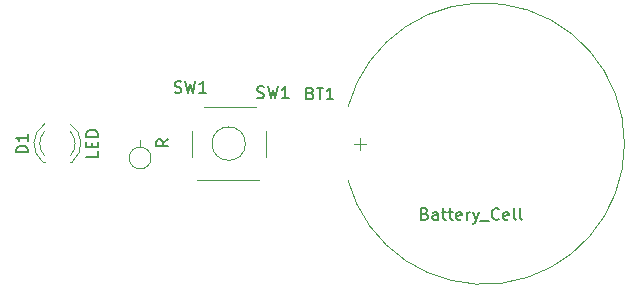
<source format=gbr>
%TF.GenerationSoftware,KiCad,Pcbnew,9.0.0*%
%TF.CreationDate,2025-09-30T20:45:20+05:30*%
%TF.ProjectId,simple_torch,73696d70-6c65-45f7-946f-7263682e6b69,rev?*%
%TF.SameCoordinates,Original*%
%TF.FileFunction,Legend,Top*%
%TF.FilePolarity,Positive*%
%FSLAX46Y46*%
G04 Gerber Fmt 4.6, Leading zero omitted, Abs format (unit mm)*
G04 Created by KiCad (PCBNEW 9.0.0) date 2025-09-30 20:45:20*
%MOMM*%
%LPD*%
G01*
G04 APERTURE LIST*
%ADD10C,0.150000*%
%ADD11C,0.120000*%
G04 APERTURE END LIST*
D10*
X140416667Y-91607200D02*
X140559524Y-91654819D01*
X140559524Y-91654819D02*
X140797619Y-91654819D01*
X140797619Y-91654819D02*
X140892857Y-91607200D01*
X140892857Y-91607200D02*
X140940476Y-91559580D01*
X140940476Y-91559580D02*
X140988095Y-91464342D01*
X140988095Y-91464342D02*
X140988095Y-91369104D01*
X140988095Y-91369104D02*
X140940476Y-91273866D01*
X140940476Y-91273866D02*
X140892857Y-91226247D01*
X140892857Y-91226247D02*
X140797619Y-91178628D01*
X140797619Y-91178628D02*
X140607143Y-91131009D01*
X140607143Y-91131009D02*
X140511905Y-91083390D01*
X140511905Y-91083390D02*
X140464286Y-91035771D01*
X140464286Y-91035771D02*
X140416667Y-90940533D01*
X140416667Y-90940533D02*
X140416667Y-90845295D01*
X140416667Y-90845295D02*
X140464286Y-90750057D01*
X140464286Y-90750057D02*
X140511905Y-90702438D01*
X140511905Y-90702438D02*
X140607143Y-90654819D01*
X140607143Y-90654819D02*
X140845238Y-90654819D01*
X140845238Y-90654819D02*
X140988095Y-90702438D01*
X141321429Y-90654819D02*
X141559524Y-91654819D01*
X141559524Y-91654819D02*
X141750000Y-90940533D01*
X141750000Y-90940533D02*
X141940476Y-91654819D01*
X141940476Y-91654819D02*
X142178572Y-90654819D01*
X143083333Y-91654819D02*
X142511905Y-91654819D01*
X142797619Y-91654819D02*
X142797619Y-90654819D01*
X142797619Y-90654819D02*
X142702381Y-90797676D01*
X142702381Y-90797676D02*
X142607143Y-90892914D01*
X142607143Y-90892914D02*
X142511905Y-90940533D01*
X133416667Y-91157200D02*
X133559524Y-91204819D01*
X133559524Y-91204819D02*
X133797619Y-91204819D01*
X133797619Y-91204819D02*
X133892857Y-91157200D01*
X133892857Y-91157200D02*
X133940476Y-91109580D01*
X133940476Y-91109580D02*
X133988095Y-91014342D01*
X133988095Y-91014342D02*
X133988095Y-90919104D01*
X133988095Y-90919104D02*
X133940476Y-90823866D01*
X133940476Y-90823866D02*
X133892857Y-90776247D01*
X133892857Y-90776247D02*
X133797619Y-90728628D01*
X133797619Y-90728628D02*
X133607143Y-90681009D01*
X133607143Y-90681009D02*
X133511905Y-90633390D01*
X133511905Y-90633390D02*
X133464286Y-90585771D01*
X133464286Y-90585771D02*
X133416667Y-90490533D01*
X133416667Y-90490533D02*
X133416667Y-90395295D01*
X133416667Y-90395295D02*
X133464286Y-90300057D01*
X133464286Y-90300057D02*
X133511905Y-90252438D01*
X133511905Y-90252438D02*
X133607143Y-90204819D01*
X133607143Y-90204819D02*
X133845238Y-90204819D01*
X133845238Y-90204819D02*
X133988095Y-90252438D01*
X134321429Y-90204819D02*
X134559524Y-91204819D01*
X134559524Y-91204819D02*
X134750000Y-90490533D01*
X134750000Y-90490533D02*
X134940476Y-91204819D01*
X134940476Y-91204819D02*
X135178572Y-90204819D01*
X136083333Y-91204819D02*
X135511905Y-91204819D01*
X135797619Y-91204819D02*
X135797619Y-90204819D01*
X135797619Y-90204819D02*
X135702381Y-90347676D01*
X135702381Y-90347676D02*
X135607143Y-90442914D01*
X135607143Y-90442914D02*
X135511905Y-90490533D01*
X132874819Y-95140476D02*
X132398628Y-95473809D01*
X132874819Y-95711904D02*
X131874819Y-95711904D01*
X131874819Y-95711904D02*
X131874819Y-95330952D01*
X131874819Y-95330952D02*
X131922438Y-95235714D01*
X131922438Y-95235714D02*
X131970057Y-95188095D01*
X131970057Y-95188095D02*
X132065295Y-95140476D01*
X132065295Y-95140476D02*
X132208152Y-95140476D01*
X132208152Y-95140476D02*
X132303390Y-95188095D01*
X132303390Y-95188095D02*
X132351009Y-95235714D01*
X132351009Y-95235714D02*
X132398628Y-95330952D01*
X132398628Y-95330952D02*
X132398628Y-95711904D01*
X120994819Y-96238094D02*
X119994819Y-96238094D01*
X119994819Y-96238094D02*
X119994819Y-95999999D01*
X119994819Y-95999999D02*
X120042438Y-95857142D01*
X120042438Y-95857142D02*
X120137676Y-95761904D01*
X120137676Y-95761904D02*
X120232914Y-95714285D01*
X120232914Y-95714285D02*
X120423390Y-95666666D01*
X120423390Y-95666666D02*
X120566247Y-95666666D01*
X120566247Y-95666666D02*
X120756723Y-95714285D01*
X120756723Y-95714285D02*
X120851961Y-95761904D01*
X120851961Y-95761904D02*
X120947200Y-95857142D01*
X120947200Y-95857142D02*
X120994819Y-95999999D01*
X120994819Y-95999999D02*
X120994819Y-96238094D01*
X120994819Y-94714285D02*
X120994819Y-95285713D01*
X120994819Y-94999999D02*
X119994819Y-94999999D01*
X119994819Y-94999999D02*
X120137676Y-95095237D01*
X120137676Y-95095237D02*
X120232914Y-95190475D01*
X120232914Y-95190475D02*
X120280533Y-95285713D01*
X126914819Y-96142857D02*
X126914819Y-96619047D01*
X126914819Y-96619047D02*
X125914819Y-96619047D01*
X126391009Y-95809523D02*
X126391009Y-95476190D01*
X126914819Y-95333333D02*
X126914819Y-95809523D01*
X126914819Y-95809523D02*
X125914819Y-95809523D01*
X125914819Y-95809523D02*
X125914819Y-95333333D01*
X126914819Y-94904761D02*
X125914819Y-94904761D01*
X125914819Y-94904761D02*
X125914819Y-94666666D01*
X125914819Y-94666666D02*
X125962438Y-94523809D01*
X125962438Y-94523809D02*
X126057676Y-94428571D01*
X126057676Y-94428571D02*
X126152914Y-94380952D01*
X126152914Y-94380952D02*
X126343390Y-94333333D01*
X126343390Y-94333333D02*
X126486247Y-94333333D01*
X126486247Y-94333333D02*
X126676723Y-94380952D01*
X126676723Y-94380952D02*
X126771961Y-94428571D01*
X126771961Y-94428571D02*
X126867200Y-94523809D01*
X126867200Y-94523809D02*
X126914819Y-94666666D01*
X126914819Y-94666666D02*
X126914819Y-94904761D01*
X144914285Y-91231009D02*
X145057142Y-91278628D01*
X145057142Y-91278628D02*
X145104761Y-91326247D01*
X145104761Y-91326247D02*
X145152380Y-91421485D01*
X145152380Y-91421485D02*
X145152380Y-91564342D01*
X145152380Y-91564342D02*
X145104761Y-91659580D01*
X145104761Y-91659580D02*
X145057142Y-91707200D01*
X145057142Y-91707200D02*
X144961904Y-91754819D01*
X144961904Y-91754819D02*
X144580952Y-91754819D01*
X144580952Y-91754819D02*
X144580952Y-90754819D01*
X144580952Y-90754819D02*
X144914285Y-90754819D01*
X144914285Y-90754819D02*
X145009523Y-90802438D01*
X145009523Y-90802438D02*
X145057142Y-90850057D01*
X145057142Y-90850057D02*
X145104761Y-90945295D01*
X145104761Y-90945295D02*
X145104761Y-91040533D01*
X145104761Y-91040533D02*
X145057142Y-91135771D01*
X145057142Y-91135771D02*
X145009523Y-91183390D01*
X145009523Y-91183390D02*
X144914285Y-91231009D01*
X144914285Y-91231009D02*
X144580952Y-91231009D01*
X145438095Y-90754819D02*
X146009523Y-90754819D01*
X145723809Y-91754819D02*
X145723809Y-90754819D01*
X146866666Y-91754819D02*
X146295238Y-91754819D01*
X146580952Y-91754819D02*
X146580952Y-90754819D01*
X146580952Y-90754819D02*
X146485714Y-90897676D01*
X146485714Y-90897676D02*
X146390476Y-90992914D01*
X146390476Y-90992914D02*
X146295238Y-91040533D01*
X154595236Y-101431009D02*
X154738093Y-101478628D01*
X154738093Y-101478628D02*
X154785712Y-101526247D01*
X154785712Y-101526247D02*
X154833331Y-101621485D01*
X154833331Y-101621485D02*
X154833331Y-101764342D01*
X154833331Y-101764342D02*
X154785712Y-101859580D01*
X154785712Y-101859580D02*
X154738093Y-101907200D01*
X154738093Y-101907200D02*
X154642855Y-101954819D01*
X154642855Y-101954819D02*
X154261903Y-101954819D01*
X154261903Y-101954819D02*
X154261903Y-100954819D01*
X154261903Y-100954819D02*
X154595236Y-100954819D01*
X154595236Y-100954819D02*
X154690474Y-101002438D01*
X154690474Y-101002438D02*
X154738093Y-101050057D01*
X154738093Y-101050057D02*
X154785712Y-101145295D01*
X154785712Y-101145295D02*
X154785712Y-101240533D01*
X154785712Y-101240533D02*
X154738093Y-101335771D01*
X154738093Y-101335771D02*
X154690474Y-101383390D01*
X154690474Y-101383390D02*
X154595236Y-101431009D01*
X154595236Y-101431009D02*
X154261903Y-101431009D01*
X155690474Y-101954819D02*
X155690474Y-101431009D01*
X155690474Y-101431009D02*
X155642855Y-101335771D01*
X155642855Y-101335771D02*
X155547617Y-101288152D01*
X155547617Y-101288152D02*
X155357141Y-101288152D01*
X155357141Y-101288152D02*
X155261903Y-101335771D01*
X155690474Y-101907200D02*
X155595236Y-101954819D01*
X155595236Y-101954819D02*
X155357141Y-101954819D01*
X155357141Y-101954819D02*
X155261903Y-101907200D01*
X155261903Y-101907200D02*
X155214284Y-101811961D01*
X155214284Y-101811961D02*
X155214284Y-101716723D01*
X155214284Y-101716723D02*
X155261903Y-101621485D01*
X155261903Y-101621485D02*
X155357141Y-101573866D01*
X155357141Y-101573866D02*
X155595236Y-101573866D01*
X155595236Y-101573866D02*
X155690474Y-101526247D01*
X156023808Y-101288152D02*
X156404760Y-101288152D01*
X156166665Y-100954819D02*
X156166665Y-101811961D01*
X156166665Y-101811961D02*
X156214284Y-101907200D01*
X156214284Y-101907200D02*
X156309522Y-101954819D01*
X156309522Y-101954819D02*
X156404760Y-101954819D01*
X156595237Y-101288152D02*
X156976189Y-101288152D01*
X156738094Y-100954819D02*
X156738094Y-101811961D01*
X156738094Y-101811961D02*
X156785713Y-101907200D01*
X156785713Y-101907200D02*
X156880951Y-101954819D01*
X156880951Y-101954819D02*
X156976189Y-101954819D01*
X157690475Y-101907200D02*
X157595237Y-101954819D01*
X157595237Y-101954819D02*
X157404761Y-101954819D01*
X157404761Y-101954819D02*
X157309523Y-101907200D01*
X157309523Y-101907200D02*
X157261904Y-101811961D01*
X157261904Y-101811961D02*
X157261904Y-101431009D01*
X157261904Y-101431009D02*
X157309523Y-101335771D01*
X157309523Y-101335771D02*
X157404761Y-101288152D01*
X157404761Y-101288152D02*
X157595237Y-101288152D01*
X157595237Y-101288152D02*
X157690475Y-101335771D01*
X157690475Y-101335771D02*
X157738094Y-101431009D01*
X157738094Y-101431009D02*
X157738094Y-101526247D01*
X157738094Y-101526247D02*
X157261904Y-101621485D01*
X158166666Y-101954819D02*
X158166666Y-101288152D01*
X158166666Y-101478628D02*
X158214285Y-101383390D01*
X158214285Y-101383390D02*
X158261904Y-101335771D01*
X158261904Y-101335771D02*
X158357142Y-101288152D01*
X158357142Y-101288152D02*
X158452380Y-101288152D01*
X158690476Y-101288152D02*
X158928571Y-101954819D01*
X159166666Y-101288152D02*
X158928571Y-101954819D01*
X158928571Y-101954819D02*
X158833333Y-102192914D01*
X158833333Y-102192914D02*
X158785714Y-102240533D01*
X158785714Y-102240533D02*
X158690476Y-102288152D01*
X159309524Y-102050057D02*
X160071428Y-102050057D01*
X160880952Y-101859580D02*
X160833333Y-101907200D01*
X160833333Y-101907200D02*
X160690476Y-101954819D01*
X160690476Y-101954819D02*
X160595238Y-101954819D01*
X160595238Y-101954819D02*
X160452381Y-101907200D01*
X160452381Y-101907200D02*
X160357143Y-101811961D01*
X160357143Y-101811961D02*
X160309524Y-101716723D01*
X160309524Y-101716723D02*
X160261905Y-101526247D01*
X160261905Y-101526247D02*
X160261905Y-101383390D01*
X160261905Y-101383390D02*
X160309524Y-101192914D01*
X160309524Y-101192914D02*
X160357143Y-101097676D01*
X160357143Y-101097676D02*
X160452381Y-101002438D01*
X160452381Y-101002438D02*
X160595238Y-100954819D01*
X160595238Y-100954819D02*
X160690476Y-100954819D01*
X160690476Y-100954819D02*
X160833333Y-101002438D01*
X160833333Y-101002438D02*
X160880952Y-101050057D01*
X161690476Y-101907200D02*
X161595238Y-101954819D01*
X161595238Y-101954819D02*
X161404762Y-101954819D01*
X161404762Y-101954819D02*
X161309524Y-101907200D01*
X161309524Y-101907200D02*
X161261905Y-101811961D01*
X161261905Y-101811961D02*
X161261905Y-101431009D01*
X161261905Y-101431009D02*
X161309524Y-101335771D01*
X161309524Y-101335771D02*
X161404762Y-101288152D01*
X161404762Y-101288152D02*
X161595238Y-101288152D01*
X161595238Y-101288152D02*
X161690476Y-101335771D01*
X161690476Y-101335771D02*
X161738095Y-101431009D01*
X161738095Y-101431009D02*
X161738095Y-101526247D01*
X161738095Y-101526247D02*
X161261905Y-101621485D01*
X162309524Y-101954819D02*
X162214286Y-101907200D01*
X162214286Y-101907200D02*
X162166667Y-101811961D01*
X162166667Y-101811961D02*
X162166667Y-100954819D01*
X162833334Y-101954819D02*
X162738096Y-101907200D01*
X162738096Y-101907200D02*
X162690477Y-101811961D01*
X162690477Y-101811961D02*
X162690477Y-100954819D01*
D11*
%TO.C,SW1*%
X134880000Y-96650000D02*
X134880000Y-94450000D01*
X135350000Y-98620000D02*
X140550000Y-98620000D01*
X135950000Y-92380000D02*
X140350000Y-92380000D01*
X141120000Y-94450000D02*
X141120000Y-96650000D01*
X139414214Y-95500000D02*
G75*
G02*
X136585786Y-95500000I-1414214J0D01*
G01*
X136585786Y-95500000D02*
G75*
G02*
X139414214Y-95500000I1414214J0D01*
G01*
%TO.C,R1*%
X130500000Y-95800000D02*
X130500000Y-95180000D01*
X131420000Y-96720000D02*
G75*
G02*
X129580000Y-96720000I-920000J0D01*
G01*
X129580000Y-96720000D02*
G75*
G02*
X131420000Y-96720000I920000J0D01*
G01*
%TO.C,D1*%
X122264000Y-97060000D02*
X122420000Y-97060000D01*
X124580000Y-97060000D02*
X124736000Y-97060000D01*
X122264484Y-97060000D02*
G75*
G02*
X122419939Y-93828603I1235516J1560000D01*
G01*
X122420000Y-96540961D02*
G75*
G02*
X122419951Y-94459090I1080000J1040961D01*
G01*
X124580049Y-94459090D02*
G75*
G02*
X124580000Y-96540961I-1080049J-1040910D01*
G01*
X124580061Y-93828603D02*
G75*
G02*
X124735516Y-97060000I-1080061J-1671397D01*
G01*
%TO.C,BT1*%
X148600000Y-95500000D02*
X149600000Y-95500000D01*
X149100000Y-95000000D02*
X149100000Y-96000000D01*
X148100001Y-92400000D02*
G75*
G02*
X148100001Y-98600000I11499999J-3100000D01*
G01*
%TD*%
M02*

</source>
